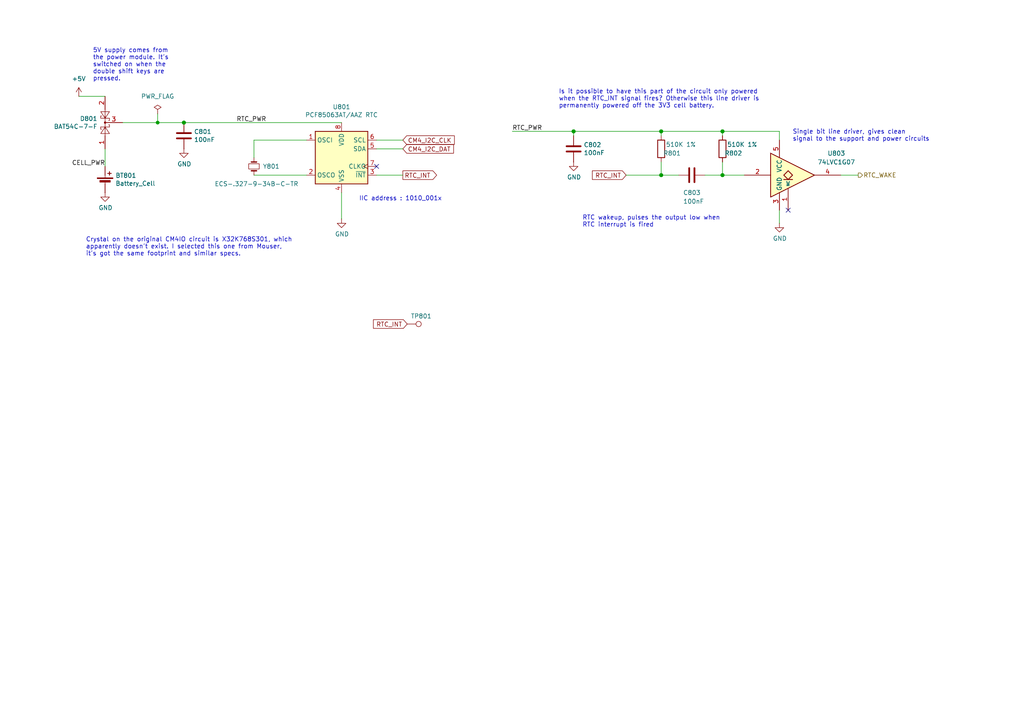
<source format=kicad_sch>
(kicad_sch (version 20231120) (generator "eeschema") (generator_version "8.0")
  (paper "A4")
  (title_block (title "Z88R - Z88 Recreated") (date "2024-08-23") (rev "20240823") (company "Fountain and Menadue"))
  (lib_symbols
    (symbol "74xGxx:74LVC1G07"
      (property "Reference" "U" (at 0 7.62 0))
      (property "Value" "74LVC1G07" (at 3.81 -7.62 0))
      (symbol "74LVC1G07_0_1"
        (polyline (pts (xy -3.81 -1.27) (xy -1.27 -1.27)) (stroke (width 0.254)) (fill (type background)))
        (polyline (pts (xy -7.62 6.35) (xy -7.62 -6.35) (xy 5.08 0) (xy -7.62 6.35)) (stroke (width 0.254)) (fill (type background)))
        (polyline (pts (xy -2.54 1.27) (xy -3.81 0) (xy -2.54 -1.27) (xy -1.27 0) (xy -2.54 1.27)) (stroke (width 0.254)) (fill (type background)))
      )
      (symbol "74LVC1G07_1_1"
        (pin free line (at -2.54 -10.16 90) (length 6.35) (name "NC") (number "1"))
        (pin input line (at -15.24 0 0) (length 7.62) (name "~") (number "2"))
        (pin power_in line (at -5.08 -10.16 90) (length 5.08) (name "GND") (number "3"))
        (pin open_collector line (at 12.7 0 180) (length 7.62) (name "~") (number "4"))
        (pin power_in line (at -5.08 10.16 270) (length 5.08) (name "VCC") (number "5"))
      )
    )
    (symbol "Connector:TestPoint" (pin_numbers hide) (pin_names (offset 0.762) hide)
      (property "Reference" "TP" (at 0 6.858 0))
      (property "Value" "TestPoint" (at 0 5.08 0))
      (symbol "TestPoint_0_1"
        (circle (center 0 3.302) (radius 0.762))
      )
      (symbol "TestPoint_1_1"
        (pin passive line (at 0 0 90) (length 2.54) (name "1") (number "1"))
      )
    )
    (symbol "Device:Battery_Cell" (pin_numbers hide) (pin_names (offset 0) hide)
      (property "Reference" "BT" (at 2.54 2.54 0))
      (property "Value" "Battery_Cell" (at 2.54 0 0))
      (symbol "Battery_Cell_0_1"
        (rectangle (start -2.286 1.778) (end 2.286 1.524) (fill (type outline)))
        (rectangle (start -1.524 1.016) (end 1.524 0.508) (fill (type outline)))
        (polyline (pts (xy 0 0.762) (xy 0 0)))
        (polyline (pts (xy 0 1.778) (xy 0 2.54)))
        (polyline (pts (xy 0.762 3.048) (xy 1.778 3.048)) (stroke (width 0.254)))
        (polyline (pts (xy 1.27 3.556) (xy 1.27 2.54)) (stroke (width 0.254)))
      )
      (symbol "Battery_Cell_1_1"
        (pin passive line (at 0 5.08 270) (length 2.54) (name "+") (number "1"))
        (pin passive line (at 0 -2.54 90) (length 2.54) (name "-") (number "2"))
      )
    )
    (symbol "Device:C" (pin_numbers hide) (pin_names (offset 0.254))
      (property "Reference" "C" (at 0.635 2.54 0))
      (property "Value" "C" (at 0.635 -2.54 0))
      (symbol "C_0_1"
        (polyline (pts (xy -2.032 -0.762) (xy 2.032 -0.762)) (stroke (width 0.508)))
        (polyline (pts (xy -2.032 0.762) (xy 2.032 0.762)) (stroke (width 0.508)))
      )
      (symbol "C_1_1"
        (pin passive line (at 0 3.81 270) (length 2.794) (name "~") (number "1"))
        (pin passive line (at 0 -3.81 90) (length 2.794) (name "~") (number "2"))
      )
    )
    (symbol "Device:Crystal_Small" (pin_numbers hide) (pin_names (offset 1.016) hide)
      (property "Reference" "Y" (at 0 2.54 0))
      (property "Value" "Crystal_Small" (at 0 -2.54 0))
      (symbol "Crystal_Small_0_1"
        (rectangle (start -0.762 -1.524) (end 0.762 1.524))
        (polyline (pts (xy -1.27 -0.762) (xy -1.27 0.762)) (stroke (width 0.381)))
        (polyline (pts (xy 1.27 -0.762) (xy 1.27 0.762)) (stroke (width 0.381)))
      )
      (symbol "Crystal_Small_1_1"
        (pin passive line (at -2.54 0 0) (length 1.27) (name "1") (number "1"))
        (pin passive line (at 2.54 0 180) (length 1.27) (name "2") (number "2"))
      )
    )
    (symbol "Device:R" (pin_numbers hide) (pin_names (offset 0))
      (property "Reference" "R" (at 2.032 0 90))
      (property "Value" "R" (at 0 0 90))
      (symbol "R_0_1"
        (rectangle (start -1.016 -2.54) (end 1.016 2.54) (stroke (width 0.254)))
      )
      (symbol "R_1_1"
        (pin passive line (at 0 3.81 270) (length 1.27) (name "~") (number "1"))
        (pin passive line (at 0 -3.81 90) (length 1.27) (name "~") (number "2"))
      )
    )
    (symbol "Diode:BAT54C" (pin_names (offset 1.016))
      (property "Reference" "D" (at 0.635 -3.81 0))
      (property "Value" "BAT54C" (at -6.35 3.175 0))
      (symbol "BAT54C_0_1"
        (polyline (pts (xy -1.905 0) (xy 1.905 0)))
        (polyline (pts (xy -1.905 1.27) (xy -1.905 1.016)))
        (polyline (pts (xy -1.27 -1.27) (xy -0.635 -1.27)))
        (polyline (pts (xy -1.27 0) (xy -3.81 0)))
        (polyline (pts (xy -1.27 1.27) (xy -1.905 1.27)))
        (polyline (pts (xy -1.27 1.27) (xy -1.27 -1.27)))
        (polyline (pts (xy -0.635 -1.27) (xy -0.635 -1.016)))
        (polyline (pts (xy 0.635 -1.27) (xy 0.635 -1.016)))
        (polyline (pts (xy 1.27 -1.27) (xy 0.635 -1.27)))
        (polyline (pts (xy 1.27 1.27) (xy 1.27 -1.27)))
        (polyline (pts (xy 1.27 1.27) (xy 1.905 1.27)))
        (polyline (pts (xy 1.905 1.27) (xy 1.905 1.016)))
        (polyline (pts (xy 3.81 0) (xy 1.27 0)))
        (polyline (pts (xy -3.175 -1.27) (xy -3.175 1.27) (xy -1.27 0) (xy -3.175 -1.27)))
        (polyline (pts (xy 3.175 -1.27) (xy 3.175 1.27) (xy 1.27 0) (xy 3.175 -1.27)))
        (circle (center 0 0) (radius 0.254) (fill (type outline)))
      )
      (symbol "BAT54C_1_1"
        (pin passive line (at -7.62 0 0) (length 3.81) (name "~") (number "1"))
        (pin passive line (at 7.62 0 180) (length 3.81) (name "~") (number "2"))
        (pin passive line (at 0 -5.08 90) (length 5.08) (name "~") (number "3"))
      )
    )
    (symbol "Timer_RTC:PCF8563T"
      (property "Reference" "U" (at -7.62 8.89 0))
      (property "Value" "PCF8563T" (at 2.54 8.89 0))
      (symbol "PCF8563T_0_1"
        (rectangle (start -7.62 7.62) (end 7.62 -7.62) (stroke (width 0.254)) (fill (type background)))
      )
      (symbol "PCF8563T_1_1"
        (pin input line (at -10.16 5.08 0) (length 2.54) (name "OSCI") (number "1"))
        (pin output line (at -10.16 -5.08 0) (length 2.54) (name "OSCO") (number "2"))
        (pin output line (at 10.16 -5.08 180) (length 2.54) (name "~{INT}") (number "3"))
        (pin power_in line (at 0 -10.16 90) (length 2.54) (name "VSS") (number "4"))
        (pin bidirectional line (at 10.16 2.54 180) (length 2.54) (name "SDA") (number "5"))
        (pin input line (at 10.16 5.08 180) (length 2.54) (name "SCL") (number "6"))
        (pin output clock (at 10.16 -2.54 180) (length 2.54) (name "CLKO") (number "7"))
        (pin power_in line (at 0 10.16 270) (length 2.54) (name "VDD") (number "8"))
      )
    )
    (symbol "power:+5V" (power) (pin_numbers hide) (pin_names (offset 0) hide)
      (property "Value" "+5V" (at 0 3.556 0))
      (symbol "+5V_0_1"
        (polyline (pts (xy -0.762 1.27) (xy 0 2.54)))
        (polyline (pts (xy 0 0) (xy 0 2.54)))
        (polyline (pts (xy 0 2.54) (xy 0.762 1.27)))
      )
      (symbol "+5V_1_1"
        (pin power_in line (at 0 0 90) (length 0) (name "~") (number "1"))
      )
    )
    (symbol "power:GND" (power) (pin_numbers hide) (pin_names (offset 0) hide)
      (property "Value" "GND" (at 0 -3.81 0))
      (symbol "GND_0_1"
        (polyline (pts (xy 0 0) (xy 0 -1.27) (xy 1.27 -1.27) (xy 0 -2.54) (xy -1.27 -1.27) (xy 0 -1.27)))
      )
      (symbol "GND_1_1"
        (pin power_in line (at 0 0 270) (length 0) (name "~") (number "1"))
      )
    )
    (symbol "power:PWR_FLAG" (power) (pin_numbers hide) (pin_names (offset 0) hide)
      (property "Value" "PWR_FLAG" (at 0 3.81 0))
      (symbol "PWR_FLAG_0_0"
        (pin power_out line (at 0 0 90) (length 0) (name "~") (number "1"))
      )
      (symbol "PWR_FLAG_0_1"
        (polyline (pts (xy 0 0) (xy 0 1.27) (xy -1.016 1.905) (xy 0 2.54) (xy 1.016 1.905) (xy 0 1.27)))
      )
    )
  )
  (junction (at 166.37 38.1) (diameter 1.016))
  (junction (at 45.72 35.56))
  (junction (at 191.77 50.8) (diameter 1.016))
  (junction (at 209.55 50.8) (diameter 1.016))
  (junction (at 209.55 38.1) (diameter 1.016))
  (junction (at 191.77 38.1) (diameter 1.016))
  (junction (at 53.34 35.56) (diameter 1.016))
  (no_connect (at 109.22 48.26))
  (no_connect (at 228.6 60.96))
  (wire (pts (xy 191.77 38.1) (xy 209.55 38.1)))
  (wire (pts (xy 226.06 60.96) (xy 226.06 64.77)))
  (wire (pts (xy 45.72 33.02) (xy 45.72 35.56)))
  (wire (pts (xy 88.9 50.8) (xy 73.66 50.8)))
  (wire (pts (xy 191.77 38.1) (xy 191.77 39.37)))
  (wire (pts (xy 209.55 50.8) (xy 215.9 50.8)))
  (wire (pts (xy 209.55 38.1) (xy 226.06 38.1)))
  (wire (pts (xy 191.77 50.8) (xy 196.85 50.8)))
  (wire (pts (xy 116.84 43.18) (xy 109.22 43.18)))
  (wire (pts (xy 181.61 50.8) (xy 191.77 50.8)))
  (wire (pts (xy 243.84 50.8) (xy 248.92 50.8)))
  (wire (pts (xy 73.66 40.64) (xy 88.9 40.64)))
  (wire (pts (xy 53.34 35.56) (xy 99.06 35.56)))
  (wire (pts (xy 191.77 50.8) (xy 191.77 46.99)))
  (wire (pts (xy 73.66 40.64) (xy 73.66 45.72)))
  (wire (pts (xy 148.59 38.1) (xy 166.37 38.1)))
  (wire (pts (xy 109.22 50.8) (xy 116.84 50.8)))
  (wire (pts (xy 209.55 50.8) (xy 209.55 46.99)))
  (wire (pts (xy 116.84 40.64) (xy 109.22 40.64)))
  (wire (pts (xy 22.86 27.94) (xy 30.48 27.94)))
  (wire (pts (xy 226.06 38.1) (xy 226.06 40.64)))
  (wire (pts (xy 30.48 48.26) (xy 30.48 43.18)))
  (wire (pts (xy 166.37 39.37) (xy 166.37 38.1)))
  (wire (pts (xy 166.37 38.1) (xy 191.77 38.1)))
  (wire (pts (xy 45.72 35.56) (xy 53.34 35.56)))
  (wire (pts (xy 204.47 50.8) (xy 209.55 50.8)))
  (wire (pts (xy 209.55 38.1) (xy 209.55 39.37)))
  (wire (pts (xy 35.56 35.56) (xy 45.72 35.56)))
  (wire (pts (xy 99.06 55.88) (xy 99.06 63.5)))
  (text "RTC wakeup, pulses the output low when\nRTC interrupt is fired" (at 168.91 66.04 0) (effects (font (size 1.27 1.27)) (justify left bottom)))
  (text "5V supply comes from\nthe power module. It's\nswitched on when the\ndouble shift keys are\npressed." (at 26.924 18.796 0) (effects (font (size 1.27 1.27)) (justify left)))
  (text "Single bit line driver, gives clean\nsignal to the support and power circuits" (at 229.87 39.37 0) (effects (font (size 1.27 1.27)) (justify left)))
  (text "Crystal on the original CM4IO circuit is X32K768S301, which\napparently doesn't exist. I selected this one from Mouser,\nit's got the same footprint and similar specs." (at 24.892 71.628 0) (effects (font (size 1.27 1.27)) (justify left)))
  (text "Is it possible to have this part of the circuit only powered\nwhen the RTC_INT signal fires? Otherwise this line driver is\npermanently powered off the 3V3 cell battery." (at 162.052 28.702 0) (effects (font (size 1.27 1.27)) (justify left)))
  (text "IIC address : 1010_001x" (at 104.14 58.42 0) (effects (font (size 1.27 1.27)) (justify left bottom)))
  (label "RTC_PWR" (at 68.58 35.56 0))
  (label "CELL_PWR" (at 30.48 48.26 180))
  (label "RTC_PWR" (at 148.59 38.1 0))
  (global_label "RTC_INT" (shape input) (at 118.11 93.98 180) (property "Intersheetrefs" "${INTERSHEET_REFS}" (effects (hide yes))))
  (global_label "CM4_I2C_CLK" (shape input) (at 116.84 40.64 0) (property "Intersheetrefs" "${INTERSHEET_REFS}" (effects (hide yes))))
  (global_label "CM4_I2C_DAT" (shape input) (at 116.84 43.18 0) (property "Intersheetrefs" "${INTERSHEET_REFS}" (effects (hide yes))))
  (global_label "RTC_INT" (shape input) (at 181.61 50.8 180) (property "Intersheetrefs" "${INTERSHEET_REFS}" (effects (hide yes))))
  (global_label "RTC_INT" (shape output) (at 116.84 50.8 0) (property "Intersheetrefs" "${INTERSHEET_REFS}" (effects (hide yes))))
  (hierarchical_label "RTC_WAKE" (shape output) (at 248.92 50.8 0))
  (symbol (lib_id "Device:R") (at 191.77 43.18 180) (unit 1)
    (property "Reference" "R801" (at 194.945 44.45 0))
    (property "Value" "510K 1%" (at 197.485 41.91 0))
    (property "Footprint" "Resistor_SMD:R_0805_2012Metric_Pad1.20x1.40mm_HandSolder" (effects (hide yes)))
    (property "Datasheet" "https://fscdn.rohm.com/en/products/databook/datasheet/passive/resistor/chip_resistor/mcr-e.pdf" (effects (hide yes)))
    (property "Field4" "Farnell" (effects (hide yes)))
    (property "Field5" "1458807" (effects (hide yes)))
    (property "Field7" "Rohm" (effects (hide yes)))
    (property "Field6" "MCR01MZPF5103" (effects (hide yes)))
    (property "Part Description" "Resistor 510K M1005 1% 63mW" (effects (hide yes)))
  )
  (symbol (lib_id "power:GND") (at 53.34 43.18 0) (unit 1)
    (property "Reference" "#PWR0802" (effects (hide yes)))
    (property "Value" "GND" (at 53.467 47.5742 0))
    (property "Description" "Power symbol creates a global label with name \"GND\" , ground" (effects (hide yes)))
  )
  (symbol (lib_id "Diode:BAT54C") (at 30.48 35.56 90) (unit 1)
    (property "Reference" "D801" (at 28.2702 34.417 90) (effects (justify left)))
    (property "Value" "BAT54C-7-F" (at 28.2702 36.703 90) (effects (justify left)))
    (property "Footprint" "Package_TO_SOT_SMD:SOT-23" (effects (hide yes)))
    (property "Datasheet" "http://www.diodes.com/_files/datasheets/ds11005.pdf" (effects (hide yes)))
    (property "Description" "dual schottky barrier diode, common cathode" (effects (hide yes)))
    (property "Field4" "Farnell" (effects (hide yes)))
    (property "Field5" "2306010" (effects (hide yes)))
    (property "Field6" "BAT54C-7-F" (effects (hide yes)))
    (property "Field7" "Rohm" (effects (hide yes)))
    (property "Part Description" "Diode Array 1 Pair Common Cathode Schottky 30V 200mA (DC) Surface Mount TO-236-3, SC-59, SOT-23-3" (effects (hide yes)))
  )
  (symbol (lib_id "power:GND") (at 99.06 63.5 0) (unit 1)
    (property "Reference" "#PWR0803" (effects (hide yes)))
    (property "Value" "GND" (at 99.187 67.8942 0))
    (property "Description" "Power symbol creates a global label with name \"GND\" , ground" (effects (hide yes)))
  )
  (symbol (lib_id "Device:C") (at 166.37 43.18 0) (unit 1)
    (property "Reference" "C802" (at 169.291 42.0116 0) (effects (justify left)))
    (property "Value" "100nF" (at 169.291 44.323 0) (effects (justify left)))
    (property "Footprint" "Capacitor_SMD:C_0805_2012Metric_Pad1.18x1.45mm_HandSolder" (effects (hide yes)))
    (property "Datasheet" "https://search.murata.co.jp/Ceramy/image/img/A01X/G101/ENG/GRM155R71C104KA88-01.pdf" (effects (hide yes)))
    (property "Field4" "Farnell" (effects (hide yes)))
    (property "Field5" "2611911" (effects (hide yes)))
    (property "Field6" "RM EMK105 B7104KV-F" (effects (hide yes)))
    (property "Field7" "TAIYO YUDEN EUROPE GMBH" (effects (hide yes)))
    (property "Part Description" "	0.1uF 10% 16V Ceramic Capacitor X7R 0402 (1005 Metric)" (effects (hide yes)))
    (property "Field8" "110091611" (effects (hide yes)))
  )
  (symbol (lib_id "Device:Battery_Cell") (at 30.48 53.34 0) (unit 1)
    (property "Reference" "BT801" (at 33.4772 50.9016 0) (effects (justify left)))
    (property "Value" "Battery_Cell" (at 33.4772 53.213 0) (effects (justify left)))
    (property "Footprint" "Battery:BatteryHolder_Keystone_3034_1x20mm" (effects (hide yes)))
    (property "Description" "Single-cell battery" (effects (hide yes)))
    (property "Field4" "Digikey" (effects (hide yes)))
    (property "Field5" "36-3034-ND" (effects (hide yes)))
    (property "Field6" "3034" (effects (hide yes)))
    (property "Field7" "Keystone" (effects (hide yes)))
    (property "Part Description" "	Battery Retainer Coin, 20.0mm 1 Cell SMD (SMT) Tab" (effects (hide yes)))
  )
  (symbol (lib_id "Device:Crystal_Small") (at 73.66 48.26 90) (unit 1)
    (property "Reference" "Y801" (at 76.2 48.26 90) (effects (justify right)))
    (property "Value" "ECS-.327-9-34B-C-TR" (at 62.23 53.34 90) (effects (justify right)))
    (property "Footprint" "Crystal:Crystal_SMD_3215-2Pin_3.2x1.5mm" (effects (hide yes)))
    (property "Description" "Two pin crystal, small symbol" (effects (hide yes)))
    (property "Field6" "X32K768S301" (effects (hide yes)))
    (property "Field7" "AEL" (effects (hide yes)))
    (property "Part Description" "Crystal 32.768KHz 7pF 20pmm" (effects (hide yes)))
  )
  (symbol (lib_id "Connector:TestPoint") (at 118.11 93.98 270) (unit 1)
    (property "Reference" "TP801" (at 119.126 91.694 90) (effects (justify left)))
    (property "Value" "RTC INT" (effects (hide yes)))
    (property "Footprint" "TestPoint:TestPoint_THTPad_D2.0mm_Drill1.0mm" (effects (hide yes)))
    (property "Description" "test point" (effects (hide yes)))
  )
  (symbol (lib_id "power:GND") (at 30.48 55.88 0) (unit 1)
    (property "Reference" "#PWR0801" (effects (hide yes)))
    (property "Value" "GND" (at 30.607 60.2742 0))
    (property "Description" "Power symbol creates a global label with name \"GND\" , ground" (effects (hide yes)))
  )
  (symbol (lib_id "power:PWR_FLAG") (at 45.72 33.02 0) (unit 1)
    (property "Reference" "#FLG0801" (effects (hide yes)))
    (property "Value" "PWR_FLAG" (at 45.72 27.94 0))
    (property "Description" "Special symbol for telling ERC where power comes from" (effects (hide yes)))
  )
  (symbol (lib_id "power:GND") (at 226.06 64.77 0) (unit 1)
    (property "Reference" "#PWR0805" (effects (hide yes)))
    (property "Value" "GND" (at 226.187 69.1642 0))
    (property "Description" "Power symbol creates a global label with name \"GND\" , ground" (effects (hide yes)))
  )
  (symbol (lib_id "Device:R") (at 209.55 43.18 180) (unit 1)
    (property "Reference" "R802" (at 212.725 44.45 0))
    (property "Value" "510K 1%" (at 215.265 41.91 0))
    (property "Footprint" "Resistor_SMD:R_0805_2012Metric_Pad1.20x1.40mm_HandSolder" (effects (hide yes)))
    (property "Datasheet" "https://fscdn.rohm.com/en/products/databook/datasheet/passive/resistor/chip_resistor/mcr-e.pdf" (effects (hide yes)))
    (property "Field4" "Farnell" (effects (hide yes)))
    (property "Field5" "1458807" (effects (hide yes)))
    (property "Field7" "Rohm" (effects (hide yes)))
    (property "Field6" "MCR01MZPF5103" (effects (hide yes)))
    (property "Part Description" "Resistor 510K M1005 1% 63mW" (effects (hide yes)))
  )
  (symbol (lib_id "Device:C") (at 53.34 39.37 0) (unit 1)
    (property "Reference" "C801" (at 56.261 38.2016 0) (effects (justify left)))
    (property "Value" "100nF" (at 56.261 40.513 0) (effects (justify left)))
    (property "Footprint" "Capacitor_SMD:C_0805_2012Metric_Pad1.18x1.45mm_HandSolder" (effects (hide yes)))
    (property "Datasheet" "https://search.murata.co.jp/Ceramy/image/img/A01X/G101/ENG/GRM155R71C104KA88-01.pdf" (effects (hide yes)))
    (property "Field4" "Farnell" (effects (hide yes)))
    (property "Field5" "2611911" (effects (hide yes)))
    (property "Field6" "RM EMK105 B7104KV-F" (effects (hide yes)))
    (property "Field7" "TAIYO YUDEN EUROPE GMBH" (effects (hide yes)))
    (property "Part Description" "	0.1uF 10% 16V Ceramic Capacitor X7R 0402 (1005 Metric)" (effects (hide yes)))
    (property "Field8" "110091611" (effects (hide yes)))
  )
  (symbol (lib_id "Device:C") (at 200.66 50.8 270) (unit 1)
    (property "Reference" "C803" (at 198.12 55.88 90) (effects (justify left)))
    (property "Value" "100nF" (at 198.12 58.42 90) (effects (justify left)))
    (property "Footprint" "Capacitor_SMD:C_0805_2012Metric_Pad1.18x1.45mm_HandSolder" (effects (hide yes)))
    (property "Datasheet" "https://search.murata.co.jp/Ceramy/image/img/A01X/G101/ENG/GRM155R71C104KA88-01.pdf" (effects (hide yes)))
    (property "Field4" "Farnell" (effects (hide yes)))
    (property "Field5" "2611911" (effects (hide yes)))
    (property "Field6" "RM EMK105 B7104KV-F" (effects (hide yes)))
    (property "Field7" "TAIYO YUDEN EUROPE GMBH" (effects (hide yes)))
    (property "Part Description" "	0.1uF 10% 16V Ceramic Capacitor X7R 0402 (1005 Metric)" (effects (hide yes)))
    (property "Field8" "110091611" (effects (hide yes)))
  )
  (symbol (lib_id "power:GND") (at 166.37 46.99 0) (unit 1)
    (property "Reference" "#PWR0804" (effects (hide yes)))
    (property "Value" "GND" (at 166.497 51.3842 0))
    (property "Description" "Power symbol creates a global label with name \"GND\" , ground" (effects (hide yes)))
  )
  (symbol (lib_id "Timer_RTC:PCF8563T") (at 99.06 45.72 0) (unit 1)
    (property "Reference" "U801" (at 99.06 31.0134 0))
    (property "Value" "PCF85063AT/AAZ RTC" (at 99.06 33.3248 0))
    (property "Footprint" "Package_SO:SOIC-8_3.9x4.9mm_P1.27mm" (effects (hide yes)))
    (property "Datasheet" "https://www.nxp.com/docs/en/data-sheet/PCF8563.pdf" (effects (hide yes)))
    (property "Description" "Realtime Clock/Calendar I2C Interface, SOIC-8" (effects (hide yes)))
    (property "Field4" "Farnell" (effects (hide yes)))
    (property "Field5" "2890042" (effects (hide yes)))
    (property "Field7" "NXP" (effects (hide yes)))
    (property "Field6" "PCF85063AT/AAZ" (effects (hide yes)))
    (property "Part Description" "Real Time Clock (RTC) IC Clock/Calendar I²C, 2-Wire Serial 8-SOIC (0.154\", 3.90mm Width)" (effects (hide yes)))
  )
  (symbol (lib_id "74xGxx:74LVC1G07") (at 231.14 50.8 0) (unit 1)
    (property "Reference" "U803" (at 242.57 44.4814 0))
    (property "Value" "74LVC1G07" (at 242.57 47.0214 0))
    (property "Footprint" "Package_TO_SOT_SMD:SOT-353_SC-70-5" (effects (hide yes)))
    (property "Datasheet" "https://www.ti.com/lit/ds/symlink/sn74lvc1g07.pdf" (effects (hide yes)))
    (property "Description" "Single Buffer Gate, Open Drain, Low-Voltage CMOS" (effects (hide yes)))
  )
  (symbol (lib_id "power:+5V") (at 22.86 27.94 0) (unit 1)
    (property "Reference" "#PWR0807" (effects (hide yes)))
    (property "Value" "+5V" (at 22.86 22.86 0))
    (property "Description" "Power symbol creates a global label with name \"+5V\"" (effects (hide yes)))
  )
)
</source>
